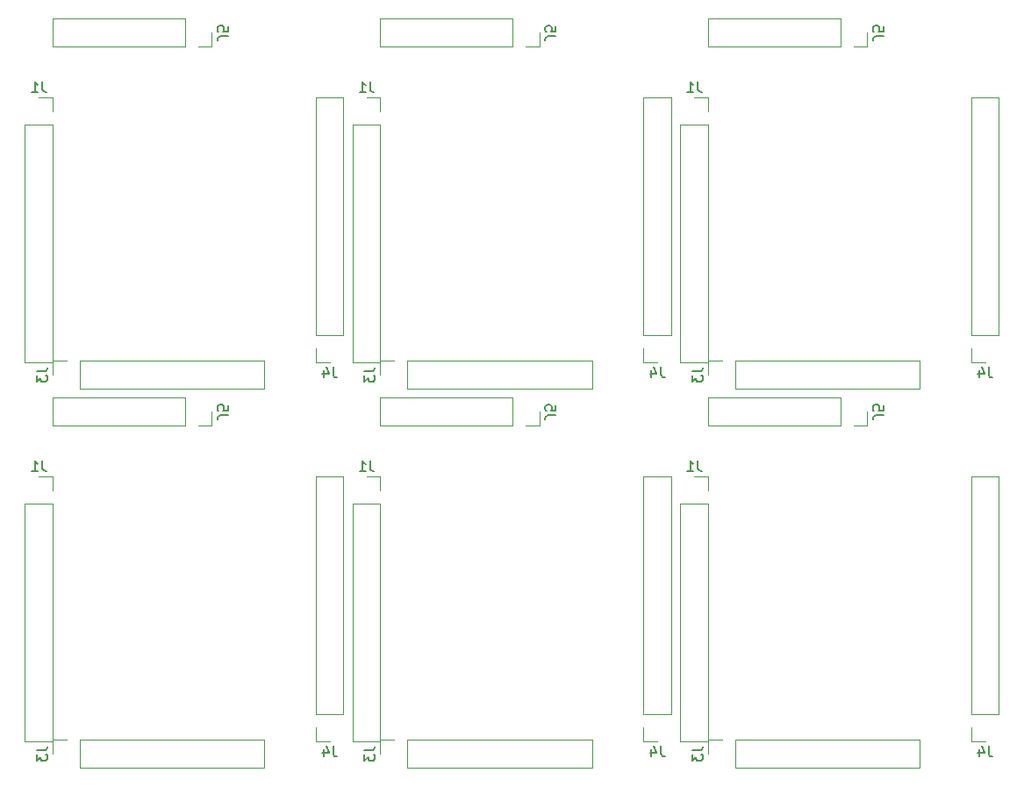
<source format=gbr>
G04 #@! TF.GenerationSoftware,KiCad,Pcbnew,5.1.4-e60b266~84~ubuntu18.04.1*
G04 #@! TF.CreationDate,2019-10-14T21:09:32+02:00*
G04 #@! TF.ProjectId,panel,70616e65-6c2e-46b6-9963-61645f706362,rev?*
G04 #@! TF.SameCoordinates,Original*
G04 #@! TF.FileFunction,Legend,Bot*
G04 #@! TF.FilePolarity,Positive*
%FSLAX46Y46*%
G04 Gerber Fmt 4.6, Leading zero omitted, Abs format (unit mm)*
G04 Created by KiCad (PCBNEW 5.1.4-e60b266~84~ubuntu18.04.1) date 2019-10-14 21:09:32*
%MOMM*%
%LPD*%
G04 APERTURE LIST*
%ADD10C,0.120000*%
%ADD11C,0.150000*%
G04 APERTURE END LIST*
D10*
X163001000Y-113097000D02*
X163001000Y-115757000D01*
X145161000Y-113097000D02*
X163001000Y-113097000D01*
X145161000Y-115757000D02*
X163001000Y-115757000D01*
X145161000Y-113097000D02*
X145161000Y-115757000D01*
X143891000Y-113097000D02*
X142561000Y-113097000D01*
X142561000Y-113097000D02*
X142561000Y-114427000D01*
X142554000Y-87697000D02*
X141224000Y-87697000D01*
X142554000Y-89027000D02*
X142554000Y-87697000D01*
X142554000Y-90297000D02*
X139894000Y-90297000D01*
X139894000Y-90297000D02*
X139894000Y-113217000D01*
X142554000Y-90297000D02*
X142554000Y-113217000D01*
X142554000Y-113217000D02*
X139894000Y-113217000D01*
X167961000Y-113217000D02*
X169291000Y-113217000D01*
X167961000Y-111887000D02*
X167961000Y-113217000D01*
X167961000Y-110617000D02*
X170621000Y-110617000D01*
X170621000Y-110617000D02*
X170621000Y-87697000D01*
X167961000Y-110617000D02*
X167961000Y-87697000D01*
X167961000Y-87697000D02*
X170621000Y-87697000D01*
X157921000Y-82737000D02*
X157921000Y-81407000D01*
X156591000Y-82737000D02*
X157921000Y-82737000D01*
X155321000Y-82737000D02*
X155321000Y-80077000D01*
X155321000Y-80077000D02*
X142561000Y-80077000D01*
X155321000Y-82737000D02*
X142561000Y-82737000D01*
X142561000Y-82737000D02*
X142561000Y-80077000D01*
X131378000Y-113097000D02*
X131378000Y-115757000D01*
X113538000Y-113097000D02*
X131378000Y-113097000D01*
X113538000Y-115757000D02*
X131378000Y-115757000D01*
X113538000Y-113097000D02*
X113538000Y-115757000D01*
X112268000Y-113097000D02*
X110938000Y-113097000D01*
X110938000Y-113097000D02*
X110938000Y-114427000D01*
X110931000Y-87697000D02*
X109601000Y-87697000D01*
X110931000Y-89027000D02*
X110931000Y-87697000D01*
X110931000Y-90297000D02*
X108271000Y-90297000D01*
X108271000Y-90297000D02*
X108271000Y-113217000D01*
X110931000Y-90297000D02*
X110931000Y-113217000D01*
X110931000Y-113217000D02*
X108271000Y-113217000D01*
X136338000Y-113217000D02*
X137668000Y-113217000D01*
X136338000Y-111887000D02*
X136338000Y-113217000D01*
X136338000Y-110617000D02*
X138998000Y-110617000D01*
X138998000Y-110617000D02*
X138998000Y-87697000D01*
X136338000Y-110617000D02*
X136338000Y-87697000D01*
X136338000Y-87697000D02*
X138998000Y-87697000D01*
X126298000Y-82737000D02*
X126298000Y-81407000D01*
X124968000Y-82737000D02*
X126298000Y-82737000D01*
X123698000Y-82737000D02*
X123698000Y-80077000D01*
X123698000Y-80077000D02*
X110938000Y-80077000D01*
X123698000Y-82737000D02*
X110938000Y-82737000D01*
X110938000Y-82737000D02*
X110938000Y-80077000D01*
X99755000Y-113097000D02*
X99755000Y-115757000D01*
X81915000Y-113097000D02*
X99755000Y-113097000D01*
X81915000Y-115757000D02*
X99755000Y-115757000D01*
X81915000Y-113097000D02*
X81915000Y-115757000D01*
X80645000Y-113097000D02*
X79315000Y-113097000D01*
X79315000Y-113097000D02*
X79315000Y-114427000D01*
X79308000Y-87697000D02*
X77978000Y-87697000D01*
X79308000Y-89027000D02*
X79308000Y-87697000D01*
X79308000Y-90297000D02*
X76648000Y-90297000D01*
X76648000Y-90297000D02*
X76648000Y-113217000D01*
X79308000Y-90297000D02*
X79308000Y-113217000D01*
X79308000Y-113217000D02*
X76648000Y-113217000D01*
X104715000Y-113217000D02*
X106045000Y-113217000D01*
X104715000Y-111887000D02*
X104715000Y-113217000D01*
X104715000Y-110617000D02*
X107375000Y-110617000D01*
X107375000Y-110617000D02*
X107375000Y-87697000D01*
X104715000Y-110617000D02*
X104715000Y-87697000D01*
X104715000Y-87697000D02*
X107375000Y-87697000D01*
X94675000Y-82737000D02*
X94675000Y-81407000D01*
X93345000Y-82737000D02*
X94675000Y-82737000D01*
X92075000Y-82737000D02*
X92075000Y-80077000D01*
X92075000Y-80077000D02*
X79315000Y-80077000D01*
X92075000Y-82737000D02*
X79315000Y-82737000D01*
X79315000Y-82737000D02*
X79315000Y-80077000D01*
X163001000Y-76521000D02*
X163001000Y-79181000D01*
X145161000Y-76521000D02*
X163001000Y-76521000D01*
X145161000Y-79181000D02*
X163001000Y-79181000D01*
X145161000Y-76521000D02*
X145161000Y-79181000D01*
X143891000Y-76521000D02*
X142561000Y-76521000D01*
X142561000Y-76521000D02*
X142561000Y-77851000D01*
X142554000Y-51121000D02*
X141224000Y-51121000D01*
X142554000Y-52451000D02*
X142554000Y-51121000D01*
X142554000Y-53721000D02*
X139894000Y-53721000D01*
X139894000Y-53721000D02*
X139894000Y-76641000D01*
X142554000Y-53721000D02*
X142554000Y-76641000D01*
X142554000Y-76641000D02*
X139894000Y-76641000D01*
X167961000Y-76641000D02*
X169291000Y-76641000D01*
X167961000Y-75311000D02*
X167961000Y-76641000D01*
X167961000Y-74041000D02*
X170621000Y-74041000D01*
X170621000Y-74041000D02*
X170621000Y-51121000D01*
X167961000Y-74041000D02*
X167961000Y-51121000D01*
X167961000Y-51121000D02*
X170621000Y-51121000D01*
X157921000Y-46161000D02*
X157921000Y-44831000D01*
X156591000Y-46161000D02*
X157921000Y-46161000D01*
X155321000Y-46161000D02*
X155321000Y-43501000D01*
X155321000Y-43501000D02*
X142561000Y-43501000D01*
X155321000Y-46161000D02*
X142561000Y-46161000D01*
X142561000Y-46161000D02*
X142561000Y-43501000D01*
X131378000Y-76521000D02*
X131378000Y-79181000D01*
X113538000Y-76521000D02*
X131378000Y-76521000D01*
X113538000Y-79181000D02*
X131378000Y-79181000D01*
X113538000Y-76521000D02*
X113538000Y-79181000D01*
X112268000Y-76521000D02*
X110938000Y-76521000D01*
X110938000Y-76521000D02*
X110938000Y-77851000D01*
X110931000Y-51121000D02*
X109601000Y-51121000D01*
X110931000Y-52451000D02*
X110931000Y-51121000D01*
X110931000Y-53721000D02*
X108271000Y-53721000D01*
X108271000Y-53721000D02*
X108271000Y-76641000D01*
X110931000Y-53721000D02*
X110931000Y-76641000D01*
X110931000Y-76641000D02*
X108271000Y-76641000D01*
X136338000Y-76641000D02*
X137668000Y-76641000D01*
X136338000Y-75311000D02*
X136338000Y-76641000D01*
X136338000Y-74041000D02*
X138998000Y-74041000D01*
X138998000Y-74041000D02*
X138998000Y-51121000D01*
X136338000Y-74041000D02*
X136338000Y-51121000D01*
X136338000Y-51121000D02*
X138998000Y-51121000D01*
X126298000Y-46161000D02*
X126298000Y-44831000D01*
X124968000Y-46161000D02*
X126298000Y-46161000D01*
X123698000Y-46161000D02*
X123698000Y-43501000D01*
X123698000Y-43501000D02*
X110938000Y-43501000D01*
X123698000Y-46161000D02*
X110938000Y-46161000D01*
X110938000Y-46161000D02*
X110938000Y-43501000D01*
X79308000Y-76641000D02*
X76648000Y-76641000D01*
X79308000Y-53721000D02*
X79308000Y-76641000D01*
X76648000Y-53721000D02*
X76648000Y-76641000D01*
X79308000Y-53721000D02*
X76648000Y-53721000D01*
X79308000Y-52451000D02*
X79308000Y-51121000D01*
X79308000Y-51121000D02*
X77978000Y-51121000D01*
X79315000Y-76521000D02*
X79315000Y-77851000D01*
X80645000Y-76521000D02*
X79315000Y-76521000D01*
X81915000Y-76521000D02*
X81915000Y-79181000D01*
X81915000Y-79181000D02*
X99755000Y-79181000D01*
X81915000Y-76521000D02*
X99755000Y-76521000D01*
X99755000Y-76521000D02*
X99755000Y-79181000D01*
X104715000Y-51121000D02*
X107375000Y-51121000D01*
X104715000Y-74041000D02*
X104715000Y-51121000D01*
X107375000Y-74041000D02*
X107375000Y-51121000D01*
X104715000Y-74041000D02*
X107375000Y-74041000D01*
X104715000Y-75311000D02*
X104715000Y-76641000D01*
X104715000Y-76641000D02*
X106045000Y-76641000D01*
X79315000Y-46161000D02*
X79315000Y-43501000D01*
X92075000Y-46161000D02*
X79315000Y-46161000D01*
X92075000Y-43501000D02*
X79315000Y-43501000D01*
X92075000Y-46161000D02*
X92075000Y-43501000D01*
X93345000Y-46161000D02*
X94675000Y-46161000D01*
X94675000Y-46161000D02*
X94675000Y-44831000D01*
D11*
X141013380Y-114093666D02*
X141727666Y-114093666D01*
X141870523Y-114046047D01*
X141965761Y-113950809D01*
X142013380Y-113807952D01*
X142013380Y-113712714D01*
X141013380Y-114474619D02*
X141013380Y-115093666D01*
X141394333Y-114760333D01*
X141394333Y-114903190D01*
X141441952Y-114998428D01*
X141489571Y-115046047D01*
X141584809Y-115093666D01*
X141822904Y-115093666D01*
X141918142Y-115046047D01*
X141965761Y-114998428D01*
X142013380Y-114903190D01*
X142013380Y-114617476D01*
X141965761Y-114522238D01*
X141918142Y-114474619D01*
X141557333Y-86149380D02*
X141557333Y-86863666D01*
X141604952Y-87006523D01*
X141700190Y-87101761D01*
X141843047Y-87149380D01*
X141938285Y-87149380D01*
X140557333Y-87149380D02*
X141128761Y-87149380D01*
X140843047Y-87149380D02*
X140843047Y-86149380D01*
X140938285Y-86292238D01*
X141033523Y-86387476D01*
X141128761Y-86435095D01*
X169624333Y-113669380D02*
X169624333Y-114383666D01*
X169671952Y-114526523D01*
X169767190Y-114621761D01*
X169910047Y-114669380D01*
X170005285Y-114669380D01*
X168719571Y-114002714D02*
X168719571Y-114669380D01*
X168957666Y-113621761D02*
X169195761Y-114336047D01*
X168576714Y-114336047D01*
X159468619Y-81740333D02*
X158754333Y-81740333D01*
X158611476Y-81787952D01*
X158516238Y-81883190D01*
X158468619Y-82026047D01*
X158468619Y-82121285D01*
X159468619Y-80787952D02*
X159468619Y-81264142D01*
X158992428Y-81311761D01*
X159040047Y-81264142D01*
X159087666Y-81168904D01*
X159087666Y-80930809D01*
X159040047Y-80835571D01*
X158992428Y-80787952D01*
X158897190Y-80740333D01*
X158659095Y-80740333D01*
X158563857Y-80787952D01*
X158516238Y-80835571D01*
X158468619Y-80930809D01*
X158468619Y-81168904D01*
X158516238Y-81264142D01*
X158563857Y-81311761D01*
X109390380Y-114093666D02*
X110104666Y-114093666D01*
X110247523Y-114046047D01*
X110342761Y-113950809D01*
X110390380Y-113807952D01*
X110390380Y-113712714D01*
X109390380Y-114474619D02*
X109390380Y-115093666D01*
X109771333Y-114760333D01*
X109771333Y-114903190D01*
X109818952Y-114998428D01*
X109866571Y-115046047D01*
X109961809Y-115093666D01*
X110199904Y-115093666D01*
X110295142Y-115046047D01*
X110342761Y-114998428D01*
X110390380Y-114903190D01*
X110390380Y-114617476D01*
X110342761Y-114522238D01*
X110295142Y-114474619D01*
X109934333Y-86149380D02*
X109934333Y-86863666D01*
X109981952Y-87006523D01*
X110077190Y-87101761D01*
X110220047Y-87149380D01*
X110315285Y-87149380D01*
X108934333Y-87149380D02*
X109505761Y-87149380D01*
X109220047Y-87149380D02*
X109220047Y-86149380D01*
X109315285Y-86292238D01*
X109410523Y-86387476D01*
X109505761Y-86435095D01*
X138001333Y-113669380D02*
X138001333Y-114383666D01*
X138048952Y-114526523D01*
X138144190Y-114621761D01*
X138287047Y-114669380D01*
X138382285Y-114669380D01*
X137096571Y-114002714D02*
X137096571Y-114669380D01*
X137334666Y-113621761D02*
X137572761Y-114336047D01*
X136953714Y-114336047D01*
X127845619Y-81740333D02*
X127131333Y-81740333D01*
X126988476Y-81787952D01*
X126893238Y-81883190D01*
X126845619Y-82026047D01*
X126845619Y-82121285D01*
X127845619Y-80787952D02*
X127845619Y-81264142D01*
X127369428Y-81311761D01*
X127417047Y-81264142D01*
X127464666Y-81168904D01*
X127464666Y-80930809D01*
X127417047Y-80835571D01*
X127369428Y-80787952D01*
X127274190Y-80740333D01*
X127036095Y-80740333D01*
X126940857Y-80787952D01*
X126893238Y-80835571D01*
X126845619Y-80930809D01*
X126845619Y-81168904D01*
X126893238Y-81264142D01*
X126940857Y-81311761D01*
X77767380Y-114093666D02*
X78481666Y-114093666D01*
X78624523Y-114046047D01*
X78719761Y-113950809D01*
X78767380Y-113807952D01*
X78767380Y-113712714D01*
X77767380Y-114474619D02*
X77767380Y-115093666D01*
X78148333Y-114760333D01*
X78148333Y-114903190D01*
X78195952Y-114998428D01*
X78243571Y-115046047D01*
X78338809Y-115093666D01*
X78576904Y-115093666D01*
X78672142Y-115046047D01*
X78719761Y-114998428D01*
X78767380Y-114903190D01*
X78767380Y-114617476D01*
X78719761Y-114522238D01*
X78672142Y-114474619D01*
X78311333Y-86149380D02*
X78311333Y-86863666D01*
X78358952Y-87006523D01*
X78454190Y-87101761D01*
X78597047Y-87149380D01*
X78692285Y-87149380D01*
X77311333Y-87149380D02*
X77882761Y-87149380D01*
X77597047Y-87149380D02*
X77597047Y-86149380D01*
X77692285Y-86292238D01*
X77787523Y-86387476D01*
X77882761Y-86435095D01*
X106378333Y-113669380D02*
X106378333Y-114383666D01*
X106425952Y-114526523D01*
X106521190Y-114621761D01*
X106664047Y-114669380D01*
X106759285Y-114669380D01*
X105473571Y-114002714D02*
X105473571Y-114669380D01*
X105711666Y-113621761D02*
X105949761Y-114336047D01*
X105330714Y-114336047D01*
X96222619Y-81740333D02*
X95508333Y-81740333D01*
X95365476Y-81787952D01*
X95270238Y-81883190D01*
X95222619Y-82026047D01*
X95222619Y-82121285D01*
X96222619Y-80787952D02*
X96222619Y-81264142D01*
X95746428Y-81311761D01*
X95794047Y-81264142D01*
X95841666Y-81168904D01*
X95841666Y-80930809D01*
X95794047Y-80835571D01*
X95746428Y-80787952D01*
X95651190Y-80740333D01*
X95413095Y-80740333D01*
X95317857Y-80787952D01*
X95270238Y-80835571D01*
X95222619Y-80930809D01*
X95222619Y-81168904D01*
X95270238Y-81264142D01*
X95317857Y-81311761D01*
X141013380Y-77517666D02*
X141727666Y-77517666D01*
X141870523Y-77470047D01*
X141965761Y-77374809D01*
X142013380Y-77231952D01*
X142013380Y-77136714D01*
X141013380Y-77898619D02*
X141013380Y-78517666D01*
X141394333Y-78184333D01*
X141394333Y-78327190D01*
X141441952Y-78422428D01*
X141489571Y-78470047D01*
X141584809Y-78517666D01*
X141822904Y-78517666D01*
X141918142Y-78470047D01*
X141965761Y-78422428D01*
X142013380Y-78327190D01*
X142013380Y-78041476D01*
X141965761Y-77946238D01*
X141918142Y-77898619D01*
X141557333Y-49573380D02*
X141557333Y-50287666D01*
X141604952Y-50430523D01*
X141700190Y-50525761D01*
X141843047Y-50573380D01*
X141938285Y-50573380D01*
X140557333Y-50573380D02*
X141128761Y-50573380D01*
X140843047Y-50573380D02*
X140843047Y-49573380D01*
X140938285Y-49716238D01*
X141033523Y-49811476D01*
X141128761Y-49859095D01*
X169624333Y-77093380D02*
X169624333Y-77807666D01*
X169671952Y-77950523D01*
X169767190Y-78045761D01*
X169910047Y-78093380D01*
X170005285Y-78093380D01*
X168719571Y-77426714D02*
X168719571Y-78093380D01*
X168957666Y-77045761D02*
X169195761Y-77760047D01*
X168576714Y-77760047D01*
X159468619Y-45164333D02*
X158754333Y-45164333D01*
X158611476Y-45211952D01*
X158516238Y-45307190D01*
X158468619Y-45450047D01*
X158468619Y-45545285D01*
X159468619Y-44211952D02*
X159468619Y-44688142D01*
X158992428Y-44735761D01*
X159040047Y-44688142D01*
X159087666Y-44592904D01*
X159087666Y-44354809D01*
X159040047Y-44259571D01*
X158992428Y-44211952D01*
X158897190Y-44164333D01*
X158659095Y-44164333D01*
X158563857Y-44211952D01*
X158516238Y-44259571D01*
X158468619Y-44354809D01*
X158468619Y-44592904D01*
X158516238Y-44688142D01*
X158563857Y-44735761D01*
X109390380Y-77517666D02*
X110104666Y-77517666D01*
X110247523Y-77470047D01*
X110342761Y-77374809D01*
X110390380Y-77231952D01*
X110390380Y-77136714D01*
X109390380Y-77898619D02*
X109390380Y-78517666D01*
X109771333Y-78184333D01*
X109771333Y-78327190D01*
X109818952Y-78422428D01*
X109866571Y-78470047D01*
X109961809Y-78517666D01*
X110199904Y-78517666D01*
X110295142Y-78470047D01*
X110342761Y-78422428D01*
X110390380Y-78327190D01*
X110390380Y-78041476D01*
X110342761Y-77946238D01*
X110295142Y-77898619D01*
X109934333Y-49573380D02*
X109934333Y-50287666D01*
X109981952Y-50430523D01*
X110077190Y-50525761D01*
X110220047Y-50573380D01*
X110315285Y-50573380D01*
X108934333Y-50573380D02*
X109505761Y-50573380D01*
X109220047Y-50573380D02*
X109220047Y-49573380D01*
X109315285Y-49716238D01*
X109410523Y-49811476D01*
X109505761Y-49859095D01*
X138001333Y-77093380D02*
X138001333Y-77807666D01*
X138048952Y-77950523D01*
X138144190Y-78045761D01*
X138287047Y-78093380D01*
X138382285Y-78093380D01*
X137096571Y-77426714D02*
X137096571Y-78093380D01*
X137334666Y-77045761D02*
X137572761Y-77760047D01*
X136953714Y-77760047D01*
X127845619Y-45164333D02*
X127131333Y-45164333D01*
X126988476Y-45211952D01*
X126893238Y-45307190D01*
X126845619Y-45450047D01*
X126845619Y-45545285D01*
X127845619Y-44211952D02*
X127845619Y-44688142D01*
X127369428Y-44735761D01*
X127417047Y-44688142D01*
X127464666Y-44592904D01*
X127464666Y-44354809D01*
X127417047Y-44259571D01*
X127369428Y-44211952D01*
X127274190Y-44164333D01*
X127036095Y-44164333D01*
X126940857Y-44211952D01*
X126893238Y-44259571D01*
X126845619Y-44354809D01*
X126845619Y-44592904D01*
X126893238Y-44688142D01*
X126940857Y-44735761D01*
X78311333Y-49573380D02*
X78311333Y-50287666D01*
X78358952Y-50430523D01*
X78454190Y-50525761D01*
X78597047Y-50573380D01*
X78692285Y-50573380D01*
X77311333Y-50573380D02*
X77882761Y-50573380D01*
X77597047Y-50573380D02*
X77597047Y-49573380D01*
X77692285Y-49716238D01*
X77787523Y-49811476D01*
X77882761Y-49859095D01*
X77767380Y-77517666D02*
X78481666Y-77517666D01*
X78624523Y-77470047D01*
X78719761Y-77374809D01*
X78767380Y-77231952D01*
X78767380Y-77136714D01*
X77767380Y-77898619D02*
X77767380Y-78517666D01*
X78148333Y-78184333D01*
X78148333Y-78327190D01*
X78195952Y-78422428D01*
X78243571Y-78470047D01*
X78338809Y-78517666D01*
X78576904Y-78517666D01*
X78672142Y-78470047D01*
X78719761Y-78422428D01*
X78767380Y-78327190D01*
X78767380Y-78041476D01*
X78719761Y-77946238D01*
X78672142Y-77898619D01*
X106378333Y-77093380D02*
X106378333Y-77807666D01*
X106425952Y-77950523D01*
X106521190Y-78045761D01*
X106664047Y-78093380D01*
X106759285Y-78093380D01*
X105473571Y-77426714D02*
X105473571Y-78093380D01*
X105711666Y-77045761D02*
X105949761Y-77760047D01*
X105330714Y-77760047D01*
X96222619Y-45164333D02*
X95508333Y-45164333D01*
X95365476Y-45211952D01*
X95270238Y-45307190D01*
X95222619Y-45450047D01*
X95222619Y-45545285D01*
X96222619Y-44211952D02*
X96222619Y-44688142D01*
X95746428Y-44735761D01*
X95794047Y-44688142D01*
X95841666Y-44592904D01*
X95841666Y-44354809D01*
X95794047Y-44259571D01*
X95746428Y-44211952D01*
X95651190Y-44164333D01*
X95413095Y-44164333D01*
X95317857Y-44211952D01*
X95270238Y-44259571D01*
X95222619Y-44354809D01*
X95222619Y-44592904D01*
X95270238Y-44688142D01*
X95317857Y-44735761D01*
M02*

</source>
